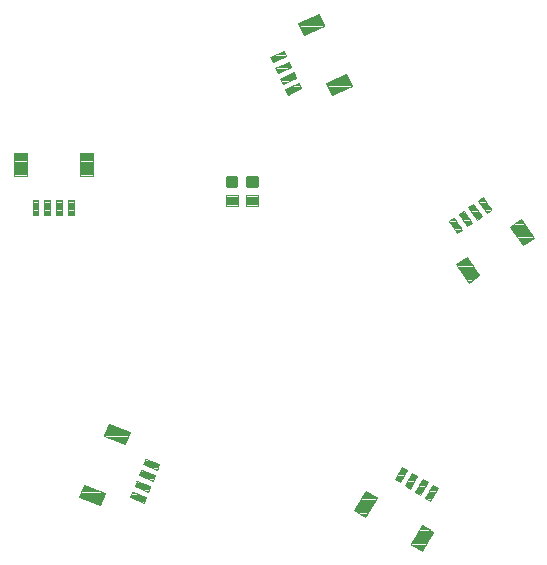
<source format=gtp>
G04 EAGLE Gerber RS-274X export*
G75*
%MOMM*%
%FSLAX34Y34*%
%LPD*%
%INSolderpaste Top*%
%IPPOS*%
%AMOC8*
5,1,8,0,0,1.08239X$1,22.5*%
G01*
%ADD10C,0.096000*%
%ADD11C,0.102000*%
%ADD12C,0.300000*%
%ADD13C,0.100000*%


D10*
X180085Y149877D02*
X184202Y160119D01*
X201867Y153017D01*
X197750Y142775D01*
X180085Y149877D01*
X195482Y143687D02*
X198117Y143687D01*
X198483Y144599D02*
X193213Y144599D01*
X190945Y145511D02*
X198850Y145511D01*
X199216Y146423D02*
X188676Y146423D01*
X186408Y147335D02*
X199583Y147335D01*
X199950Y148247D02*
X184139Y148247D01*
X181871Y149159D02*
X200316Y149159D01*
X200683Y150071D02*
X180163Y150071D01*
X180530Y150983D02*
X201049Y150983D01*
X201416Y151895D02*
X180896Y151895D01*
X181263Y152807D02*
X201783Y152807D01*
X200121Y153719D02*
X181629Y153719D01*
X181996Y154631D02*
X197852Y154631D01*
X195584Y155543D02*
X182363Y155543D01*
X182729Y156455D02*
X193316Y156455D01*
X191047Y157367D02*
X183096Y157367D01*
X183462Y158279D02*
X188779Y158279D01*
X186510Y159191D02*
X183829Y159191D01*
X184196Y160103D02*
X184242Y160103D01*
X163314Y108160D02*
X159197Y97918D01*
X163314Y108160D02*
X180979Y101058D01*
X176862Y90816D01*
X159197Y97918D01*
X174594Y91728D02*
X177229Y91728D01*
X177595Y92640D02*
X172325Y92640D01*
X170057Y93552D02*
X177962Y93552D01*
X178328Y94464D02*
X167788Y94464D01*
X165520Y95376D02*
X178695Y95376D01*
X179062Y96288D02*
X163251Y96288D01*
X160983Y97200D02*
X179428Y97200D01*
X179795Y98112D02*
X159275Y98112D01*
X159642Y99024D02*
X180161Y99024D01*
X180528Y99936D02*
X160008Y99936D01*
X160375Y100848D02*
X180895Y100848D01*
X179233Y101760D02*
X160741Y101760D01*
X161108Y102672D02*
X176964Y102672D01*
X174696Y103584D02*
X161475Y103584D01*
X161841Y104496D02*
X172428Y104496D01*
X170159Y105408D02*
X162208Y105408D01*
X162574Y106320D02*
X167891Y106320D01*
X165622Y107232D02*
X162941Y107232D01*
X163308Y108144D02*
X163354Y108144D01*
D11*
X213507Y125695D02*
X215365Y130315D01*
X226943Y125661D01*
X225085Y121041D01*
X213507Y125695D01*
X222674Y122010D02*
X225475Y122010D01*
X225864Y122979D02*
X220264Y122979D01*
X217853Y123948D02*
X226254Y123948D01*
X226644Y124917D02*
X215442Y124917D01*
X213584Y125886D02*
X226383Y125886D01*
X223973Y126855D02*
X213974Y126855D01*
X214363Y127824D02*
X221562Y127824D01*
X219151Y128793D02*
X214753Y128793D01*
X215143Y129762D02*
X216741Y129762D01*
X211635Y121036D02*
X209777Y116416D01*
X211635Y121036D02*
X223213Y116382D01*
X221355Y111762D01*
X209777Y116416D01*
X218944Y112731D02*
X221745Y112731D01*
X222134Y113700D02*
X216534Y113700D01*
X214123Y114669D02*
X222524Y114669D01*
X222914Y115638D02*
X211712Y115638D01*
X209854Y116607D02*
X222653Y116607D01*
X220243Y117576D02*
X210244Y117576D01*
X210633Y118545D02*
X217832Y118545D01*
X215421Y119514D02*
X211023Y119514D01*
X211413Y120483D02*
X213011Y120483D01*
X207905Y111758D02*
X206047Y107138D01*
X207905Y111758D02*
X219483Y107104D01*
X217625Y102484D01*
X206047Y107138D01*
X215214Y103453D02*
X218015Y103453D01*
X218404Y104422D02*
X212804Y104422D01*
X210393Y105391D02*
X218794Y105391D01*
X219184Y106360D02*
X207982Y106360D01*
X206124Y107329D02*
X218923Y107329D01*
X216513Y108298D02*
X206514Y108298D01*
X206903Y109267D02*
X214102Y109267D01*
X211691Y110236D02*
X207293Y110236D01*
X207683Y111205D02*
X209281Y111205D01*
X204175Y102479D02*
X202317Y97859D01*
X204175Y102479D02*
X215753Y97825D01*
X213895Y93205D01*
X202317Y97859D01*
X211484Y94174D02*
X214285Y94174D01*
X214674Y95143D02*
X209074Y95143D01*
X206663Y96112D02*
X215064Y96112D01*
X215454Y97081D02*
X204252Y97081D01*
X202394Y98050D02*
X215193Y98050D01*
X212783Y99019D02*
X202784Y99019D01*
X203173Y99988D02*
X210372Y99988D01*
X207961Y100957D02*
X203563Y100957D01*
X203953Y101926D02*
X205551Y101926D01*
D10*
X391899Y86915D02*
X401352Y81213D01*
X391899Y86915D02*
X401732Y103217D01*
X411185Y97515D01*
X401352Y81213D01*
X401902Y82125D02*
X399840Y82125D01*
X398328Y83037D02*
X402452Y83037D01*
X403002Y83949D02*
X396816Y83949D01*
X395304Y84861D02*
X403552Y84861D01*
X404102Y85773D02*
X393792Y85773D01*
X392280Y86685D02*
X404653Y86685D01*
X405203Y87597D02*
X392310Y87597D01*
X392860Y88509D02*
X405753Y88509D01*
X406303Y89421D02*
X393411Y89421D01*
X393961Y90333D02*
X406853Y90333D01*
X407403Y91245D02*
X394511Y91245D01*
X395061Y92157D02*
X407953Y92157D01*
X408503Y93069D02*
X395611Y93069D01*
X396161Y93981D02*
X409053Y93981D01*
X409603Y94893D02*
X396711Y94893D01*
X397261Y95805D02*
X410154Y95805D01*
X410704Y96717D02*
X397811Y96717D01*
X398361Y97629D02*
X410996Y97629D01*
X409484Y98541D02*
X398912Y98541D01*
X399462Y99453D02*
X407972Y99453D01*
X406460Y100365D02*
X400012Y100365D01*
X400562Y101277D02*
X404948Y101277D01*
X403436Y102189D02*
X401112Y102189D01*
X401662Y103101D02*
X401924Y103101D01*
X439850Y57989D02*
X449303Y52287D01*
X439850Y57989D02*
X449683Y74291D01*
X459136Y68589D01*
X449303Y52287D01*
X449853Y53199D02*
X447791Y53199D01*
X446279Y54111D02*
X450403Y54111D01*
X450953Y55023D02*
X444767Y55023D01*
X443255Y55935D02*
X451503Y55935D01*
X452053Y56847D02*
X441743Y56847D01*
X440231Y57759D02*
X452604Y57759D01*
X453154Y58671D02*
X440261Y58671D01*
X440811Y59583D02*
X453704Y59583D01*
X454254Y60495D02*
X441362Y60495D01*
X441912Y61407D02*
X454804Y61407D01*
X455354Y62319D02*
X442462Y62319D01*
X443012Y63231D02*
X455904Y63231D01*
X456454Y64143D02*
X443562Y64143D01*
X444112Y65055D02*
X457004Y65055D01*
X457554Y65967D02*
X444662Y65967D01*
X445212Y66879D02*
X458105Y66879D01*
X458655Y67791D02*
X445762Y67791D01*
X446312Y68703D02*
X458947Y68703D01*
X457435Y69615D02*
X446863Y69615D01*
X447413Y70527D02*
X455923Y70527D01*
X454411Y71439D02*
X447963Y71439D01*
X448513Y72351D02*
X452899Y72351D01*
X451387Y73263D02*
X449063Y73263D01*
X449613Y74175D02*
X449875Y74175D01*
D11*
X430565Y110339D02*
X426301Y112912D01*
X432747Y123597D01*
X437011Y121024D01*
X430565Y110339D01*
X431150Y111308D02*
X428959Y111308D01*
X427353Y112277D02*
X431734Y112277D01*
X432319Y113246D02*
X426502Y113246D01*
X427087Y114215D02*
X432903Y114215D01*
X433488Y115184D02*
X427672Y115184D01*
X428256Y116153D02*
X434072Y116153D01*
X434657Y117122D02*
X428841Y117122D01*
X429425Y118091D02*
X435242Y118091D01*
X435826Y119060D02*
X430010Y119060D01*
X430595Y120029D02*
X436411Y120029D01*
X436995Y120998D02*
X431179Y120998D01*
X431764Y121967D02*
X435448Y121967D01*
X433842Y122936D02*
X432348Y122936D01*
X434864Y107747D02*
X439128Y105174D01*
X434864Y107747D02*
X441310Y118432D01*
X445574Y115859D01*
X439128Y105174D01*
X439713Y106143D02*
X437522Y106143D01*
X435916Y107112D02*
X440297Y107112D01*
X440882Y108081D02*
X435065Y108081D01*
X435650Y109050D02*
X441466Y109050D01*
X442051Y110019D02*
X436235Y110019D01*
X436819Y110988D02*
X442635Y110988D01*
X443220Y111957D02*
X437404Y111957D01*
X437988Y112926D02*
X443805Y112926D01*
X444389Y113895D02*
X438573Y113895D01*
X439158Y114864D02*
X444974Y114864D01*
X445558Y115833D02*
X439742Y115833D01*
X440327Y116802D02*
X444011Y116802D01*
X442405Y117771D02*
X440911Y117771D01*
X443426Y102581D02*
X447690Y100008D01*
X443426Y102581D02*
X449872Y113266D01*
X454136Y110693D01*
X447690Y100008D01*
X448275Y100977D02*
X446084Y100977D01*
X444478Y101946D02*
X448859Y101946D01*
X449444Y102915D02*
X443627Y102915D01*
X444212Y103884D02*
X450028Y103884D01*
X450613Y104853D02*
X444797Y104853D01*
X445381Y105822D02*
X451197Y105822D01*
X451782Y106791D02*
X445966Y106791D01*
X446550Y107760D02*
X452367Y107760D01*
X452951Y108729D02*
X447135Y108729D01*
X447720Y109698D02*
X453536Y109698D01*
X454120Y110667D02*
X448304Y110667D01*
X448889Y111636D02*
X452573Y111636D01*
X450967Y112605D02*
X449473Y112605D01*
X451989Y97416D02*
X456253Y94843D01*
X451989Y97416D02*
X458435Y108101D01*
X462699Y105528D01*
X456253Y94843D01*
X456838Y95812D02*
X454647Y95812D01*
X453041Y96781D02*
X457422Y96781D01*
X458007Y97750D02*
X452190Y97750D01*
X452775Y98719D02*
X458591Y98719D01*
X459176Y99688D02*
X453360Y99688D01*
X453944Y100657D02*
X459760Y100657D01*
X460345Y101626D02*
X454529Y101626D01*
X455113Y102595D02*
X460930Y102595D01*
X461514Y103564D02*
X455698Y103564D01*
X456283Y104533D02*
X462099Y104533D01*
X462683Y105502D02*
X456867Y105502D01*
X457452Y106471D02*
X461136Y106471D01*
X459530Y107440D02*
X458036Y107440D01*
D10*
X489002Y279427D02*
X498078Y285712D01*
X489002Y279427D02*
X478164Y295080D01*
X487240Y301365D01*
X498078Y285712D01*
X490319Y280339D02*
X488371Y280339D01*
X487739Y281251D02*
X491636Y281251D01*
X492953Y282163D02*
X487108Y282163D01*
X486476Y283075D02*
X494270Y283075D01*
X495587Y283987D02*
X485845Y283987D01*
X485213Y284899D02*
X496904Y284899D01*
X498009Y285811D02*
X484582Y285811D01*
X483950Y286723D02*
X497378Y286723D01*
X496747Y287635D02*
X483319Y287635D01*
X482687Y288547D02*
X496115Y288547D01*
X495484Y289459D02*
X482056Y289459D01*
X481424Y290371D02*
X494852Y290371D01*
X494221Y291283D02*
X480793Y291283D01*
X480162Y292195D02*
X493589Y292195D01*
X492958Y293107D02*
X479530Y293107D01*
X478899Y294019D02*
X492326Y294019D01*
X491695Y294931D02*
X478267Y294931D01*
X479266Y295843D02*
X491063Y295843D01*
X490432Y296755D02*
X480583Y296755D01*
X481900Y297667D02*
X489800Y297667D01*
X489169Y298579D02*
X483217Y298579D01*
X484534Y299491D02*
X488538Y299491D01*
X487906Y300403D02*
X485851Y300403D01*
X487168Y301315D02*
X487275Y301315D01*
X535042Y311307D02*
X544118Y317592D01*
X535042Y311307D02*
X524204Y326960D01*
X533280Y333245D01*
X544118Y317592D01*
X536359Y312219D02*
X534411Y312219D01*
X533779Y313131D02*
X537676Y313131D01*
X538993Y314043D02*
X533148Y314043D01*
X532516Y314955D02*
X540310Y314955D01*
X541627Y315867D02*
X531885Y315867D01*
X531253Y316779D02*
X542944Y316779D01*
X544049Y317691D02*
X530622Y317691D01*
X529990Y318603D02*
X543418Y318603D01*
X542787Y319515D02*
X529359Y319515D01*
X528727Y320427D02*
X542155Y320427D01*
X541524Y321339D02*
X528096Y321339D01*
X527464Y322251D02*
X540892Y322251D01*
X540261Y323163D02*
X526833Y323163D01*
X526202Y324075D02*
X539629Y324075D01*
X538998Y324987D02*
X525570Y324987D01*
X524939Y325899D02*
X538366Y325899D01*
X537735Y326811D02*
X524307Y326811D01*
X525306Y327723D02*
X537103Y327723D01*
X536472Y328635D02*
X526623Y328635D01*
X527940Y329547D02*
X535840Y329547D01*
X535209Y330459D02*
X529257Y330459D01*
X530574Y331371D02*
X534578Y331371D01*
X533946Y332283D02*
X531891Y332283D01*
X533208Y333195D02*
X533315Y333195D01*
D11*
X483487Y324299D02*
X479393Y321464D01*
X472289Y331723D01*
X476383Y334558D01*
X483487Y324299D01*
X480792Y322433D02*
X478722Y322433D01*
X478051Y323402D02*
X482192Y323402D01*
X483437Y324371D02*
X477380Y324371D01*
X476709Y325340D02*
X482766Y325340D01*
X482095Y326309D02*
X476038Y326309D01*
X475367Y327278D02*
X481424Y327278D01*
X480753Y328247D02*
X474696Y328247D01*
X474025Y329216D02*
X480082Y329216D01*
X479411Y330185D02*
X473354Y330185D01*
X472683Y331154D02*
X478740Y331154D01*
X478069Y332123D02*
X472867Y332123D01*
X474266Y333092D02*
X477398Y333092D01*
X476727Y334061D02*
X475665Y334061D01*
X487614Y327157D02*
X491708Y329992D01*
X487614Y327157D02*
X480510Y337416D01*
X484604Y340251D01*
X491708Y329992D01*
X489013Y328126D02*
X486943Y328126D01*
X486272Y329095D02*
X490413Y329095D01*
X491658Y330064D02*
X485601Y330064D01*
X484930Y331033D02*
X490987Y331033D01*
X490316Y332002D02*
X484259Y332002D01*
X483588Y332971D02*
X489645Y332971D01*
X488974Y333940D02*
X482917Y333940D01*
X482246Y334909D02*
X488303Y334909D01*
X487632Y335878D02*
X481575Y335878D01*
X480904Y336847D02*
X486961Y336847D01*
X486290Y337816D02*
X481088Y337816D01*
X482487Y338785D02*
X485619Y338785D01*
X484948Y339754D02*
X483886Y339754D01*
X495836Y332849D02*
X499930Y335684D01*
X495836Y332849D02*
X488732Y343108D01*
X492826Y345943D01*
X499930Y335684D01*
X497235Y333818D02*
X495165Y333818D01*
X494494Y334787D02*
X498635Y334787D01*
X499880Y335756D02*
X493823Y335756D01*
X493152Y336725D02*
X499209Y336725D01*
X498538Y337694D02*
X492481Y337694D01*
X491810Y338663D02*
X497867Y338663D01*
X497196Y339632D02*
X491139Y339632D01*
X490468Y340601D02*
X496525Y340601D01*
X495854Y341570D02*
X489797Y341570D01*
X489126Y342539D02*
X495183Y342539D01*
X494512Y343508D02*
X489310Y343508D01*
X490709Y344477D02*
X493841Y344477D01*
X493170Y345446D02*
X492108Y345446D01*
X504057Y338542D02*
X508151Y341377D01*
X504057Y338542D02*
X496953Y348801D01*
X501047Y351636D01*
X508151Y341377D01*
X505456Y339511D02*
X503386Y339511D01*
X502715Y340480D02*
X506856Y340480D01*
X508101Y341449D02*
X502044Y341449D01*
X501373Y342418D02*
X507430Y342418D01*
X506759Y343387D02*
X500702Y343387D01*
X500031Y344356D02*
X506088Y344356D01*
X505417Y345325D02*
X499360Y345325D01*
X498689Y346294D02*
X504746Y346294D01*
X504075Y347263D02*
X498018Y347263D01*
X497347Y348232D02*
X503404Y348232D01*
X502733Y349201D02*
X497531Y349201D01*
X498930Y350170D02*
X502062Y350170D01*
X501391Y351139D02*
X500329Y351139D01*
D10*
X170680Y389170D02*
X159640Y389170D01*
X170680Y389170D02*
X170680Y370130D01*
X159640Y370130D01*
X159640Y389170D01*
X159640Y371042D02*
X170680Y371042D01*
X170680Y371954D02*
X159640Y371954D01*
X159640Y372866D02*
X170680Y372866D01*
X170680Y373778D02*
X159640Y373778D01*
X159640Y374690D02*
X170680Y374690D01*
X170680Y375602D02*
X159640Y375602D01*
X159640Y376514D02*
X170680Y376514D01*
X170680Y377426D02*
X159640Y377426D01*
X159640Y378338D02*
X170680Y378338D01*
X170680Y379250D02*
X159640Y379250D01*
X159640Y380162D02*
X170680Y380162D01*
X170680Y381074D02*
X159640Y381074D01*
X159640Y381986D02*
X170680Y381986D01*
X170680Y382898D02*
X159640Y382898D01*
X159640Y383810D02*
X170680Y383810D01*
X170680Y384722D02*
X159640Y384722D01*
X159640Y385634D02*
X170680Y385634D01*
X170680Y386546D02*
X159640Y386546D01*
X159640Y387458D02*
X170680Y387458D01*
X170680Y388370D02*
X159640Y388370D01*
X114680Y389170D02*
X103640Y389170D01*
X114680Y389170D02*
X114680Y370130D01*
X103640Y370130D01*
X103640Y389170D01*
X103640Y371042D02*
X114680Y371042D01*
X114680Y371954D02*
X103640Y371954D01*
X103640Y372866D02*
X114680Y372866D01*
X114680Y373778D02*
X103640Y373778D01*
X103640Y374690D02*
X114680Y374690D01*
X114680Y375602D02*
X103640Y375602D01*
X103640Y376514D02*
X114680Y376514D01*
X114680Y377426D02*
X103640Y377426D01*
X103640Y378338D02*
X114680Y378338D01*
X114680Y379250D02*
X103640Y379250D01*
X103640Y380162D02*
X114680Y380162D01*
X114680Y381074D02*
X103640Y381074D01*
X103640Y381986D02*
X114680Y381986D01*
X114680Y382898D02*
X103640Y382898D01*
X103640Y383810D02*
X114680Y383810D01*
X114680Y384722D02*
X103640Y384722D01*
X103640Y385634D02*
X114680Y385634D01*
X114680Y386546D02*
X103640Y386546D01*
X103640Y387458D02*
X114680Y387458D01*
X114680Y388370D02*
X103640Y388370D01*
D11*
X149670Y349140D02*
X154650Y349140D01*
X154650Y336660D01*
X149670Y336660D01*
X149670Y349140D01*
X149670Y337629D02*
X154650Y337629D01*
X154650Y338598D02*
X149670Y338598D01*
X149670Y339567D02*
X154650Y339567D01*
X154650Y340536D02*
X149670Y340536D01*
X149670Y341505D02*
X154650Y341505D01*
X154650Y342474D02*
X149670Y342474D01*
X149670Y343443D02*
X154650Y343443D01*
X154650Y344412D02*
X149670Y344412D01*
X149670Y345381D02*
X154650Y345381D01*
X154650Y346350D02*
X149670Y346350D01*
X149670Y347319D02*
X154650Y347319D01*
X154650Y348288D02*
X149670Y348288D01*
X144650Y349140D02*
X139670Y349140D01*
X144650Y349140D02*
X144650Y336660D01*
X139670Y336660D01*
X139670Y349140D01*
X139670Y337629D02*
X144650Y337629D01*
X144650Y338598D02*
X139670Y338598D01*
X139670Y339567D02*
X144650Y339567D01*
X144650Y340536D02*
X139670Y340536D01*
X139670Y341505D02*
X144650Y341505D01*
X144650Y342474D02*
X139670Y342474D01*
X139670Y343443D02*
X144650Y343443D01*
X144650Y344412D02*
X139670Y344412D01*
X139670Y345381D02*
X144650Y345381D01*
X144650Y346350D02*
X139670Y346350D01*
X139670Y347319D02*
X144650Y347319D01*
X144650Y348288D02*
X139670Y348288D01*
X134650Y349140D02*
X129670Y349140D01*
X134650Y349140D02*
X134650Y336660D01*
X129670Y336660D01*
X129670Y349140D01*
X129670Y337629D02*
X134650Y337629D01*
X134650Y338598D02*
X129670Y338598D01*
X129670Y339567D02*
X134650Y339567D01*
X134650Y340536D02*
X129670Y340536D01*
X129670Y341505D02*
X134650Y341505D01*
X134650Y342474D02*
X129670Y342474D01*
X129670Y343443D02*
X134650Y343443D01*
X134650Y344412D02*
X129670Y344412D01*
X129670Y345381D02*
X134650Y345381D01*
X134650Y346350D02*
X129670Y346350D01*
X129670Y347319D02*
X134650Y347319D01*
X134650Y348288D02*
X129670Y348288D01*
X124650Y349140D02*
X119670Y349140D01*
X124650Y349140D02*
X124650Y336660D01*
X119670Y336660D01*
X119670Y349140D01*
X119670Y337629D02*
X124650Y337629D01*
X124650Y338598D02*
X119670Y338598D01*
X119670Y339567D02*
X124650Y339567D01*
X124650Y340536D02*
X119670Y340536D01*
X119670Y341505D02*
X124650Y341505D01*
X124650Y342474D02*
X119670Y342474D01*
X119670Y343443D02*
X124650Y343443D01*
X124650Y344412D02*
X119670Y344412D01*
X119670Y345381D02*
X124650Y345381D01*
X124650Y346350D02*
X119670Y346350D01*
X119670Y347319D02*
X124650Y347319D01*
X124650Y348288D02*
X119670Y348288D01*
D12*
X302450Y360990D02*
X302450Y367990D01*
X309450Y367990D01*
X309450Y360990D01*
X302450Y360990D01*
X302450Y363840D02*
X309450Y363840D01*
X309450Y366690D02*
X302450Y366690D01*
X284910Y367990D02*
X284910Y360990D01*
X284910Y367990D02*
X291910Y367990D01*
X291910Y360990D01*
X284910Y360990D01*
X284910Y363840D02*
X291910Y363840D01*
X291910Y366690D02*
X284910Y366690D01*
D13*
X283680Y344750D02*
X293680Y344750D01*
X283680Y344750D02*
X283680Y353750D01*
X293680Y353750D01*
X293680Y344750D01*
X293680Y345700D02*
X283680Y345700D01*
X283680Y346650D02*
X293680Y346650D01*
X293680Y347600D02*
X283680Y347600D01*
X283680Y348550D02*
X293680Y348550D01*
X293680Y349500D02*
X283680Y349500D01*
X283680Y350450D02*
X293680Y350450D01*
X293680Y351400D02*
X283680Y351400D01*
X283680Y352350D02*
X293680Y352350D01*
X293680Y353300D02*
X283680Y353300D01*
X300680Y344750D02*
X310680Y344750D01*
X300680Y344750D02*
X300680Y353750D01*
X310680Y353750D01*
X310680Y344750D01*
X310680Y345700D02*
X300680Y345700D01*
X300680Y346650D02*
X310680Y346650D01*
X310680Y347600D02*
X300680Y347600D01*
X300680Y348550D02*
X310680Y348550D01*
X310680Y349500D02*
X300680Y349500D01*
X300680Y350450D02*
X310680Y350450D01*
X310680Y351400D02*
X300680Y351400D01*
X300680Y352350D02*
X310680Y352350D01*
X310680Y353300D02*
X300680Y353300D01*
D10*
X390072Y446180D02*
X385441Y456201D01*
X390072Y446180D02*
X372789Y438193D01*
X368158Y448214D01*
X385441Y456201D01*
X374762Y439105D02*
X372368Y439105D01*
X371946Y440017D02*
X376736Y440017D01*
X378709Y440929D02*
X371525Y440929D01*
X371103Y441841D02*
X380683Y441841D01*
X382656Y442753D02*
X370682Y442753D01*
X370260Y443665D02*
X384630Y443665D01*
X386603Y444577D02*
X369839Y444577D01*
X369417Y445489D02*
X388577Y445489D01*
X389970Y446401D02*
X368996Y446401D01*
X368574Y447313D02*
X389548Y447313D01*
X389127Y448225D02*
X368182Y448225D01*
X370155Y449137D02*
X388705Y449137D01*
X388284Y450049D02*
X372129Y450049D01*
X374102Y450961D02*
X387863Y450961D01*
X387441Y451873D02*
X376076Y451873D01*
X378049Y452785D02*
X387020Y452785D01*
X386598Y453697D02*
X380023Y453697D01*
X381996Y454609D02*
X386177Y454609D01*
X385755Y455521D02*
X383970Y455521D01*
X366583Y497016D02*
X361952Y507037D01*
X366583Y497016D02*
X349300Y489029D01*
X344669Y499050D01*
X361952Y507037D01*
X351273Y489941D02*
X348879Y489941D01*
X348457Y490853D02*
X353247Y490853D01*
X355220Y491765D02*
X348036Y491765D01*
X347614Y492677D02*
X357194Y492677D01*
X359167Y493589D02*
X347193Y493589D01*
X346771Y494501D02*
X361141Y494501D01*
X363114Y495413D02*
X346350Y495413D01*
X345928Y496325D02*
X365088Y496325D01*
X366481Y497237D02*
X345507Y497237D01*
X345085Y498149D02*
X366059Y498149D01*
X365638Y499061D02*
X344693Y499061D01*
X346666Y499973D02*
X365216Y499973D01*
X364795Y500885D02*
X348640Y500885D01*
X350613Y501797D02*
X364374Y501797D01*
X363952Y502709D02*
X352587Y502709D01*
X354560Y503621D02*
X363531Y503621D01*
X363109Y504533D02*
X356534Y504533D01*
X358507Y505445D02*
X362688Y505445D01*
X362266Y506357D02*
X360481Y506357D01*
D11*
X344922Y448460D02*
X347010Y443940D01*
X335682Y438706D01*
X333594Y443226D01*
X344922Y448460D01*
X337779Y439675D02*
X335234Y439675D01*
X334787Y440644D02*
X339876Y440644D01*
X341974Y441613D02*
X334339Y441613D01*
X333891Y442582D02*
X344071Y442582D01*
X346168Y443551D02*
X334297Y443551D01*
X336395Y444520D02*
X346742Y444520D01*
X346294Y445489D02*
X338492Y445489D01*
X340589Y446458D02*
X345847Y446458D01*
X345399Y447427D02*
X342686Y447427D01*
X344783Y448396D02*
X344952Y448396D01*
X342815Y453018D02*
X340727Y457538D01*
X342815Y453018D02*
X331487Y447784D01*
X329399Y452304D01*
X340727Y457538D01*
X333584Y448753D02*
X331039Y448753D01*
X330592Y449722D02*
X335681Y449722D01*
X337779Y450691D02*
X330144Y450691D01*
X329696Y451660D02*
X339876Y451660D01*
X341973Y452629D02*
X330102Y452629D01*
X332200Y453598D02*
X342547Y453598D01*
X342099Y454567D02*
X334297Y454567D01*
X336394Y455536D02*
X341652Y455536D01*
X341204Y456505D02*
X338491Y456505D01*
X340588Y457474D02*
X340757Y457474D01*
X338621Y462096D02*
X336533Y466616D01*
X338621Y462096D02*
X327293Y456862D01*
X325205Y461382D01*
X336533Y466616D01*
X329390Y457831D02*
X326845Y457831D01*
X326398Y458800D02*
X331487Y458800D01*
X333585Y459769D02*
X325950Y459769D01*
X325502Y460738D02*
X335682Y460738D01*
X337779Y461707D02*
X325908Y461707D01*
X328006Y462676D02*
X338353Y462676D01*
X337905Y463645D02*
X330103Y463645D01*
X332200Y464614D02*
X337458Y464614D01*
X337010Y465583D02*
X334297Y465583D01*
X336394Y466552D02*
X336563Y466552D01*
X334426Y471174D02*
X332338Y475694D01*
X334426Y471174D02*
X323098Y465940D01*
X321010Y470460D01*
X332338Y475694D01*
X325195Y466909D02*
X322650Y466909D01*
X322203Y467878D02*
X327292Y467878D01*
X329390Y468847D02*
X321755Y468847D01*
X321307Y469816D02*
X331487Y469816D01*
X333584Y470785D02*
X321713Y470785D01*
X323811Y471754D02*
X334158Y471754D01*
X333710Y472723D02*
X325908Y472723D01*
X328005Y473692D02*
X333263Y473692D01*
X332815Y474661D02*
X330102Y474661D01*
X332199Y475630D02*
X332368Y475630D01*
M02*

</source>
